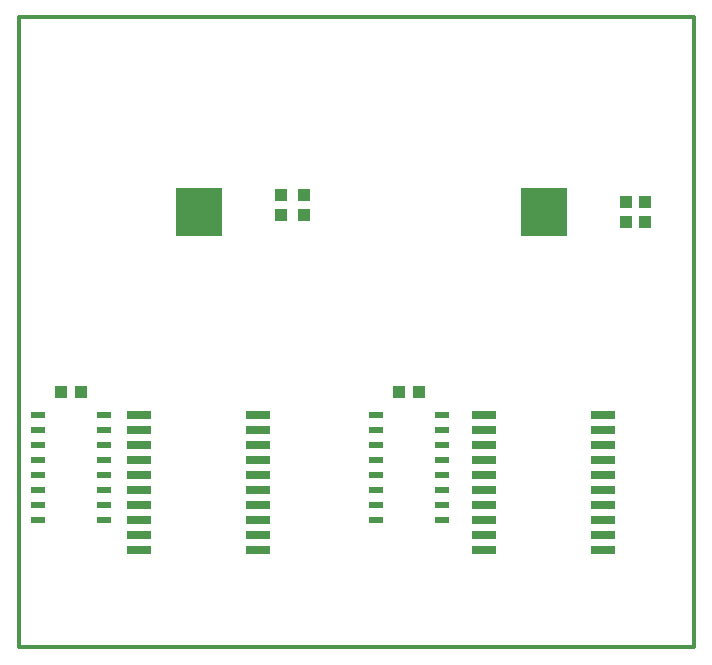
<source format=gtp>
G75*
%MOIN*%
%OFA0B0*%
%FSLAX24Y24*%
%IPPOS*%
%LPD*%
%AMOC8*
5,1,8,0,0,1.08239X$1,22.5*
%
%ADD10C,0.0120*%
%ADD11R,0.0800X0.0260*%
%ADD12R,0.0472X0.0236*%
%ADD13R,0.1535X0.1614*%
%ADD14R,0.0433X0.0394*%
%ADD15R,0.0394X0.0433*%
D10*
X006252Y000160D02*
X006252Y021156D01*
X028747Y021156D01*
X028747Y000160D01*
X006252Y000160D01*
D11*
X010272Y003410D03*
X010272Y003910D03*
X010272Y004410D03*
X010272Y004910D03*
X010272Y005410D03*
X010272Y005910D03*
X010272Y006410D03*
X010272Y006910D03*
X010272Y007410D03*
X010272Y007910D03*
X014232Y007910D03*
X014232Y007410D03*
X014232Y006910D03*
X014232Y006410D03*
X014232Y005910D03*
X014232Y005410D03*
X014232Y004910D03*
X014232Y004410D03*
X014232Y003910D03*
X014232Y003410D03*
X021772Y003410D03*
X021772Y003910D03*
X021772Y004410D03*
X021772Y004910D03*
X021772Y005410D03*
X021772Y005910D03*
X021772Y006410D03*
X021772Y006910D03*
X021772Y007410D03*
X021772Y007910D03*
X025732Y007910D03*
X025732Y007410D03*
X025732Y006910D03*
X025732Y006410D03*
X025732Y005910D03*
X025732Y005410D03*
X025732Y004910D03*
X025732Y004410D03*
X025732Y003910D03*
X025732Y003410D03*
D12*
X020355Y004410D03*
X020355Y004910D03*
X020355Y005410D03*
X020355Y005910D03*
X020355Y006410D03*
X020355Y006910D03*
X020355Y007410D03*
X020355Y007910D03*
X018150Y007910D03*
X018150Y007410D03*
X018150Y006910D03*
X018150Y006410D03*
X018150Y005910D03*
X018150Y005410D03*
X018150Y004910D03*
X018150Y004410D03*
X009105Y004410D03*
X009105Y004910D03*
X009105Y005410D03*
X009105Y005910D03*
X009105Y006410D03*
X009105Y006910D03*
X009105Y007410D03*
X009105Y007910D03*
X006900Y007910D03*
X006900Y007410D03*
X006900Y006910D03*
X006900Y006410D03*
X006900Y005910D03*
X006900Y005410D03*
X006900Y004910D03*
X006900Y004410D03*
D13*
X012252Y014660D03*
X023752Y014660D03*
D14*
X019587Y008660D03*
X018918Y008660D03*
X008337Y008660D03*
X007668Y008660D03*
D15*
X015002Y014575D03*
X015752Y014575D03*
X015752Y015245D03*
X015002Y015245D03*
X026502Y014995D03*
X027127Y014995D03*
X027127Y014325D03*
X026502Y014325D03*
M02*

</source>
